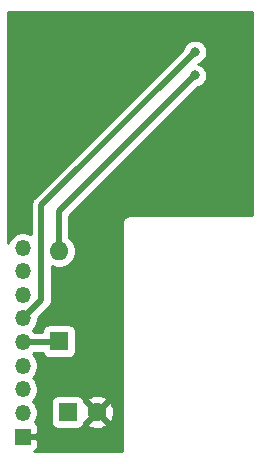
<source format=gbl>
G04 #@! TF.GenerationSoftware,KiCad,Pcbnew,(5.1.8)-1*
G04 #@! TF.CreationDate,2020-12-06T15:56:29+10:30*
G04 #@! TF.ProjectId,ArlecFanESP,41726c65-6346-4616-9e45-53502e6b6963,rev?*
G04 #@! TF.SameCoordinates,Original*
G04 #@! TF.FileFunction,Copper,L2,Bot*
G04 #@! TF.FilePolarity,Positive*
%FSLAX46Y46*%
G04 Gerber Fmt 4.6, Leading zero omitted, Abs format (unit mm)*
G04 Created by KiCad (PCBNEW (5.1.8)-1) date 2020-12-06 15:56:29*
%MOMM*%
%LPD*%
G01*
G04 APERTURE LIST*
G04 #@! TA.AperFunction,ComponentPad*
%ADD10O,1.600000X1.600000*%
G04 #@! TD*
G04 #@! TA.AperFunction,ComponentPad*
%ADD11R,1.600000X1.600000*%
G04 #@! TD*
G04 #@! TA.AperFunction,ComponentPad*
%ADD12O,1.350000X1.350000*%
G04 #@! TD*
G04 #@! TA.AperFunction,ComponentPad*
%ADD13R,1.350000X1.350000*%
G04 #@! TD*
G04 #@! TA.AperFunction,ComponentPad*
%ADD14C,1.600000*%
G04 #@! TD*
G04 #@! TA.AperFunction,ViaPad*
%ADD15C,0.800000*%
G04 #@! TD*
G04 #@! TA.AperFunction,Conductor*
%ADD16C,0.500000*%
G04 #@! TD*
G04 #@! TA.AperFunction,Conductor*
%ADD17C,0.254000*%
G04 #@! TD*
G04 #@! TA.AperFunction,Conductor*
%ADD18C,0.100000*%
G04 #@! TD*
G04 APERTURE END LIST*
D10*
X125000000Y-118380000D03*
D11*
X125000000Y-126000000D03*
D12*
X121920000Y-118080000D03*
X121920000Y-120080000D03*
X121920000Y-122080000D03*
X121920000Y-124080000D03*
X121920000Y-126080000D03*
X121920000Y-128080000D03*
X121920000Y-130080000D03*
X121920000Y-132080000D03*
D13*
X121920000Y-134080000D03*
D14*
X128230000Y-132000000D03*
D11*
X125730000Y-132000000D03*
D15*
X126000000Y-99500000D03*
X136500000Y-99500000D03*
X136500000Y-113500000D03*
X124500000Y-129000000D03*
X122000000Y-116000000D03*
X136500000Y-101500000D03*
X136500000Y-103500000D03*
D16*
X136500000Y-101500000D02*
X123500000Y-114500000D01*
X123500000Y-122500000D02*
X121920000Y-124080000D01*
X123500000Y-114500000D02*
X123500000Y-122500000D01*
X136500000Y-103500000D02*
X125000000Y-115000000D01*
X125000000Y-115000000D02*
X125000000Y-118380000D01*
X124920000Y-126080000D02*
X125000000Y-126000000D01*
X121920000Y-126080000D02*
X124920000Y-126080000D01*
D17*
X141340001Y-115340000D02*
X131032419Y-115340000D01*
X131000000Y-115336807D01*
X130967581Y-115340000D01*
X130870617Y-115349550D01*
X130746207Y-115387290D01*
X130631550Y-115448575D01*
X130531052Y-115531052D01*
X130448575Y-115631550D01*
X130387290Y-115746207D01*
X130349550Y-115870617D01*
X130336807Y-116000000D01*
X130340000Y-116032419D01*
X130340001Y-135340000D01*
X122847603Y-135340000D01*
X122949494Y-135285537D01*
X123046185Y-135206185D01*
X123125537Y-135109494D01*
X123184502Y-134999180D01*
X123220812Y-134879482D01*
X123233072Y-134755000D01*
X123230000Y-134365750D01*
X123071250Y-134207000D01*
X122047000Y-134207000D01*
X122047000Y-134227000D01*
X121793000Y-134227000D01*
X121793000Y-134207000D01*
X121773000Y-134207000D01*
X121773000Y-133953000D01*
X121793000Y-133953000D01*
X121793000Y-133933000D01*
X122047000Y-133933000D01*
X122047000Y-133953000D01*
X123071250Y-133953000D01*
X123230000Y-133794250D01*
X123233072Y-133405000D01*
X123220812Y-133280518D01*
X123184502Y-133160820D01*
X123125537Y-133050506D01*
X123046185Y-132953815D01*
X122959303Y-132882513D01*
X123080907Y-132700518D01*
X123179658Y-132462113D01*
X123230000Y-132209024D01*
X123230000Y-131950976D01*
X123179658Y-131697887D01*
X123080907Y-131459482D01*
X122937544Y-131244923D01*
X122892621Y-131200000D01*
X124291928Y-131200000D01*
X124291928Y-132800000D01*
X124304188Y-132924482D01*
X124340498Y-133044180D01*
X124399463Y-133154494D01*
X124478815Y-133251185D01*
X124575506Y-133330537D01*
X124685820Y-133389502D01*
X124805518Y-133425812D01*
X124930000Y-133438072D01*
X126530000Y-133438072D01*
X126654482Y-133425812D01*
X126774180Y-133389502D01*
X126884494Y-133330537D01*
X126981185Y-133251185D01*
X127060537Y-133154494D01*
X127119502Y-133044180D01*
X127135117Y-132992702D01*
X127416903Y-132992702D01*
X127488486Y-133236671D01*
X127743996Y-133357571D01*
X128018184Y-133426300D01*
X128300512Y-133440217D01*
X128580130Y-133398787D01*
X128846292Y-133303603D01*
X128971514Y-133236671D01*
X129043097Y-132992702D01*
X128230000Y-132179605D01*
X127416903Y-132992702D01*
X127135117Y-132992702D01*
X127155812Y-132924482D01*
X127168072Y-132800000D01*
X127168072Y-132792785D01*
X127237298Y-132813097D01*
X128050395Y-132000000D01*
X128409605Y-132000000D01*
X129222702Y-132813097D01*
X129466671Y-132741514D01*
X129587571Y-132486004D01*
X129656300Y-132211816D01*
X129670217Y-131929488D01*
X129628787Y-131649870D01*
X129533603Y-131383708D01*
X129466671Y-131258486D01*
X129222702Y-131186903D01*
X128409605Y-132000000D01*
X128050395Y-132000000D01*
X127237298Y-131186903D01*
X127168072Y-131207215D01*
X127168072Y-131200000D01*
X127155812Y-131075518D01*
X127135118Y-131007298D01*
X127416903Y-131007298D01*
X128230000Y-131820395D01*
X129043097Y-131007298D01*
X128971514Y-130763329D01*
X128716004Y-130642429D01*
X128441816Y-130573700D01*
X128159488Y-130559783D01*
X127879870Y-130601213D01*
X127613708Y-130696397D01*
X127488486Y-130763329D01*
X127416903Y-131007298D01*
X127135118Y-131007298D01*
X127119502Y-130955820D01*
X127060537Y-130845506D01*
X126981185Y-130748815D01*
X126884494Y-130669463D01*
X126774180Y-130610498D01*
X126654482Y-130574188D01*
X126530000Y-130561928D01*
X124930000Y-130561928D01*
X124805518Y-130574188D01*
X124685820Y-130610498D01*
X124575506Y-130669463D01*
X124478815Y-130748815D01*
X124399463Y-130845506D01*
X124340498Y-130955820D01*
X124304188Y-131075518D01*
X124291928Y-131200000D01*
X122892621Y-131200000D01*
X122772621Y-131080000D01*
X122937544Y-130915077D01*
X123080907Y-130700518D01*
X123179658Y-130462113D01*
X123230000Y-130209024D01*
X123230000Y-129950976D01*
X123179658Y-129697887D01*
X123080907Y-129459482D01*
X122937544Y-129244923D01*
X122772621Y-129080000D01*
X122937544Y-128915077D01*
X123080907Y-128700518D01*
X123179658Y-128462113D01*
X123230000Y-128209024D01*
X123230000Y-127950976D01*
X123179658Y-127697887D01*
X123080907Y-127459482D01*
X122937544Y-127244923D01*
X122772621Y-127080000D01*
X122887621Y-126965000D01*
X123586479Y-126965000D01*
X123610498Y-127044180D01*
X123669463Y-127154494D01*
X123748815Y-127251185D01*
X123845506Y-127330537D01*
X123955820Y-127389502D01*
X124075518Y-127425812D01*
X124200000Y-127438072D01*
X125800000Y-127438072D01*
X125924482Y-127425812D01*
X126044180Y-127389502D01*
X126154494Y-127330537D01*
X126251185Y-127251185D01*
X126330537Y-127154494D01*
X126389502Y-127044180D01*
X126425812Y-126924482D01*
X126438072Y-126800000D01*
X126438072Y-125200000D01*
X126425812Y-125075518D01*
X126389502Y-124955820D01*
X126330537Y-124845506D01*
X126251185Y-124748815D01*
X126154494Y-124669463D01*
X126044180Y-124610498D01*
X125924482Y-124574188D01*
X125800000Y-124561928D01*
X124200000Y-124561928D01*
X124075518Y-124574188D01*
X123955820Y-124610498D01*
X123845506Y-124669463D01*
X123748815Y-124748815D01*
X123669463Y-124845506D01*
X123610498Y-124955820D01*
X123574188Y-125075518D01*
X123562420Y-125195000D01*
X122887621Y-125195000D01*
X122772621Y-125080000D01*
X122937544Y-124915077D01*
X123080907Y-124700518D01*
X123179658Y-124462113D01*
X123230000Y-124209024D01*
X123230000Y-124021578D01*
X124095049Y-123156530D01*
X124128817Y-123128817D01*
X124239411Y-122994059D01*
X124321589Y-122840313D01*
X124372195Y-122673490D01*
X124385000Y-122543477D01*
X124385000Y-122543467D01*
X124389281Y-122500001D01*
X124385000Y-122456535D01*
X124385000Y-119678491D01*
X124581426Y-119759853D01*
X124858665Y-119815000D01*
X125141335Y-119815000D01*
X125418574Y-119759853D01*
X125679727Y-119651680D01*
X125914759Y-119494637D01*
X126114637Y-119294759D01*
X126271680Y-119059727D01*
X126379853Y-118798574D01*
X126435000Y-118521335D01*
X126435000Y-118238665D01*
X126379853Y-117961426D01*
X126271680Y-117700273D01*
X126114637Y-117465241D01*
X125914759Y-117265363D01*
X125885000Y-117245479D01*
X125885000Y-115366578D01*
X136745044Y-104506535D01*
X136801898Y-104495226D01*
X136990256Y-104417205D01*
X137159774Y-104303937D01*
X137303937Y-104159774D01*
X137417205Y-103990256D01*
X137495226Y-103801898D01*
X137535000Y-103601939D01*
X137535000Y-103398061D01*
X137495226Y-103198102D01*
X137417205Y-103009744D01*
X137303937Y-102840226D01*
X137159774Y-102696063D01*
X136990256Y-102582795D01*
X136801898Y-102504774D01*
X136777897Y-102500000D01*
X136801898Y-102495226D01*
X136990256Y-102417205D01*
X137159774Y-102303937D01*
X137303937Y-102159774D01*
X137417205Y-101990256D01*
X137495226Y-101801898D01*
X137535000Y-101601939D01*
X137535000Y-101398061D01*
X137495226Y-101198102D01*
X137417205Y-101009744D01*
X137303937Y-100840226D01*
X137159774Y-100696063D01*
X136990256Y-100582795D01*
X136801898Y-100504774D01*
X136601939Y-100465000D01*
X136398061Y-100465000D01*
X136198102Y-100504774D01*
X136009744Y-100582795D01*
X135840226Y-100696063D01*
X135696063Y-100840226D01*
X135582795Y-101009744D01*
X135504774Y-101198102D01*
X135493465Y-101254956D01*
X122904956Y-113843466D01*
X122871183Y-113871183D01*
X122760589Y-114005942D01*
X122678411Y-114159688D01*
X122627805Y-114326511D01*
X122615000Y-114456524D01*
X122615000Y-114456531D01*
X122610719Y-114500000D01*
X122615000Y-114543469D01*
X122615000Y-116968860D01*
X122540518Y-116919093D01*
X122302113Y-116820342D01*
X122049024Y-116770000D01*
X121790976Y-116770000D01*
X121537887Y-116820342D01*
X121299482Y-116919093D01*
X121084923Y-117062456D01*
X120902456Y-117244923D01*
X120759093Y-117459482D01*
X120660342Y-117697887D01*
X120660000Y-117699606D01*
X120660000Y-98160000D01*
X141340000Y-98160000D01*
X141340001Y-115340000D01*
G04 #@! TA.AperFunction,Conductor*
D18*
G36*
X141340001Y-115340000D02*
G01*
X131032419Y-115340000D01*
X131000000Y-115336807D01*
X130967581Y-115340000D01*
X130870617Y-115349550D01*
X130746207Y-115387290D01*
X130631550Y-115448575D01*
X130531052Y-115531052D01*
X130448575Y-115631550D01*
X130387290Y-115746207D01*
X130349550Y-115870617D01*
X130336807Y-116000000D01*
X130340000Y-116032419D01*
X130340001Y-135340000D01*
X122847603Y-135340000D01*
X122949494Y-135285537D01*
X123046185Y-135206185D01*
X123125537Y-135109494D01*
X123184502Y-134999180D01*
X123220812Y-134879482D01*
X123233072Y-134755000D01*
X123230000Y-134365750D01*
X123071250Y-134207000D01*
X122047000Y-134207000D01*
X122047000Y-134227000D01*
X121793000Y-134227000D01*
X121793000Y-134207000D01*
X121773000Y-134207000D01*
X121773000Y-133953000D01*
X121793000Y-133953000D01*
X121793000Y-133933000D01*
X122047000Y-133933000D01*
X122047000Y-133953000D01*
X123071250Y-133953000D01*
X123230000Y-133794250D01*
X123233072Y-133405000D01*
X123220812Y-133280518D01*
X123184502Y-133160820D01*
X123125537Y-133050506D01*
X123046185Y-132953815D01*
X122959303Y-132882513D01*
X123080907Y-132700518D01*
X123179658Y-132462113D01*
X123230000Y-132209024D01*
X123230000Y-131950976D01*
X123179658Y-131697887D01*
X123080907Y-131459482D01*
X122937544Y-131244923D01*
X122892621Y-131200000D01*
X124291928Y-131200000D01*
X124291928Y-132800000D01*
X124304188Y-132924482D01*
X124340498Y-133044180D01*
X124399463Y-133154494D01*
X124478815Y-133251185D01*
X124575506Y-133330537D01*
X124685820Y-133389502D01*
X124805518Y-133425812D01*
X124930000Y-133438072D01*
X126530000Y-133438072D01*
X126654482Y-133425812D01*
X126774180Y-133389502D01*
X126884494Y-133330537D01*
X126981185Y-133251185D01*
X127060537Y-133154494D01*
X127119502Y-133044180D01*
X127135117Y-132992702D01*
X127416903Y-132992702D01*
X127488486Y-133236671D01*
X127743996Y-133357571D01*
X128018184Y-133426300D01*
X128300512Y-133440217D01*
X128580130Y-133398787D01*
X128846292Y-133303603D01*
X128971514Y-133236671D01*
X129043097Y-132992702D01*
X128230000Y-132179605D01*
X127416903Y-132992702D01*
X127135117Y-132992702D01*
X127155812Y-132924482D01*
X127168072Y-132800000D01*
X127168072Y-132792785D01*
X127237298Y-132813097D01*
X128050395Y-132000000D01*
X128409605Y-132000000D01*
X129222702Y-132813097D01*
X129466671Y-132741514D01*
X129587571Y-132486004D01*
X129656300Y-132211816D01*
X129670217Y-131929488D01*
X129628787Y-131649870D01*
X129533603Y-131383708D01*
X129466671Y-131258486D01*
X129222702Y-131186903D01*
X128409605Y-132000000D01*
X128050395Y-132000000D01*
X127237298Y-131186903D01*
X127168072Y-131207215D01*
X127168072Y-131200000D01*
X127155812Y-131075518D01*
X127135118Y-131007298D01*
X127416903Y-131007298D01*
X128230000Y-131820395D01*
X129043097Y-131007298D01*
X128971514Y-130763329D01*
X128716004Y-130642429D01*
X128441816Y-130573700D01*
X128159488Y-130559783D01*
X127879870Y-130601213D01*
X127613708Y-130696397D01*
X127488486Y-130763329D01*
X127416903Y-131007298D01*
X127135118Y-131007298D01*
X127119502Y-130955820D01*
X127060537Y-130845506D01*
X126981185Y-130748815D01*
X126884494Y-130669463D01*
X126774180Y-130610498D01*
X126654482Y-130574188D01*
X126530000Y-130561928D01*
X124930000Y-130561928D01*
X124805518Y-130574188D01*
X124685820Y-130610498D01*
X124575506Y-130669463D01*
X124478815Y-130748815D01*
X124399463Y-130845506D01*
X124340498Y-130955820D01*
X124304188Y-131075518D01*
X124291928Y-131200000D01*
X122892621Y-131200000D01*
X122772621Y-131080000D01*
X122937544Y-130915077D01*
X123080907Y-130700518D01*
X123179658Y-130462113D01*
X123230000Y-130209024D01*
X123230000Y-129950976D01*
X123179658Y-129697887D01*
X123080907Y-129459482D01*
X122937544Y-129244923D01*
X122772621Y-129080000D01*
X122937544Y-128915077D01*
X123080907Y-128700518D01*
X123179658Y-128462113D01*
X123230000Y-128209024D01*
X123230000Y-127950976D01*
X123179658Y-127697887D01*
X123080907Y-127459482D01*
X122937544Y-127244923D01*
X122772621Y-127080000D01*
X122887621Y-126965000D01*
X123586479Y-126965000D01*
X123610498Y-127044180D01*
X123669463Y-127154494D01*
X123748815Y-127251185D01*
X123845506Y-127330537D01*
X123955820Y-127389502D01*
X124075518Y-127425812D01*
X124200000Y-127438072D01*
X125800000Y-127438072D01*
X125924482Y-127425812D01*
X126044180Y-127389502D01*
X126154494Y-127330537D01*
X126251185Y-127251185D01*
X126330537Y-127154494D01*
X126389502Y-127044180D01*
X126425812Y-126924482D01*
X126438072Y-126800000D01*
X126438072Y-125200000D01*
X126425812Y-125075518D01*
X126389502Y-124955820D01*
X126330537Y-124845506D01*
X126251185Y-124748815D01*
X126154494Y-124669463D01*
X126044180Y-124610498D01*
X125924482Y-124574188D01*
X125800000Y-124561928D01*
X124200000Y-124561928D01*
X124075518Y-124574188D01*
X123955820Y-124610498D01*
X123845506Y-124669463D01*
X123748815Y-124748815D01*
X123669463Y-124845506D01*
X123610498Y-124955820D01*
X123574188Y-125075518D01*
X123562420Y-125195000D01*
X122887621Y-125195000D01*
X122772621Y-125080000D01*
X122937544Y-124915077D01*
X123080907Y-124700518D01*
X123179658Y-124462113D01*
X123230000Y-124209024D01*
X123230000Y-124021578D01*
X124095049Y-123156530D01*
X124128817Y-123128817D01*
X124239411Y-122994059D01*
X124321589Y-122840313D01*
X124372195Y-122673490D01*
X124385000Y-122543477D01*
X124385000Y-122543467D01*
X124389281Y-122500001D01*
X124385000Y-122456535D01*
X124385000Y-119678491D01*
X124581426Y-119759853D01*
X124858665Y-119815000D01*
X125141335Y-119815000D01*
X125418574Y-119759853D01*
X125679727Y-119651680D01*
X125914759Y-119494637D01*
X126114637Y-119294759D01*
X126271680Y-119059727D01*
X126379853Y-118798574D01*
X126435000Y-118521335D01*
X126435000Y-118238665D01*
X126379853Y-117961426D01*
X126271680Y-117700273D01*
X126114637Y-117465241D01*
X125914759Y-117265363D01*
X125885000Y-117245479D01*
X125885000Y-115366578D01*
X136745044Y-104506535D01*
X136801898Y-104495226D01*
X136990256Y-104417205D01*
X137159774Y-104303937D01*
X137303937Y-104159774D01*
X137417205Y-103990256D01*
X137495226Y-103801898D01*
X137535000Y-103601939D01*
X137535000Y-103398061D01*
X137495226Y-103198102D01*
X137417205Y-103009744D01*
X137303937Y-102840226D01*
X137159774Y-102696063D01*
X136990256Y-102582795D01*
X136801898Y-102504774D01*
X136777897Y-102500000D01*
X136801898Y-102495226D01*
X136990256Y-102417205D01*
X137159774Y-102303937D01*
X137303937Y-102159774D01*
X137417205Y-101990256D01*
X137495226Y-101801898D01*
X137535000Y-101601939D01*
X137535000Y-101398061D01*
X137495226Y-101198102D01*
X137417205Y-101009744D01*
X137303937Y-100840226D01*
X137159774Y-100696063D01*
X136990256Y-100582795D01*
X136801898Y-100504774D01*
X136601939Y-100465000D01*
X136398061Y-100465000D01*
X136198102Y-100504774D01*
X136009744Y-100582795D01*
X135840226Y-100696063D01*
X135696063Y-100840226D01*
X135582795Y-101009744D01*
X135504774Y-101198102D01*
X135493465Y-101254956D01*
X122904956Y-113843466D01*
X122871183Y-113871183D01*
X122760589Y-114005942D01*
X122678411Y-114159688D01*
X122627805Y-114326511D01*
X122615000Y-114456524D01*
X122615000Y-114456531D01*
X122610719Y-114500000D01*
X122615000Y-114543469D01*
X122615000Y-116968860D01*
X122540518Y-116919093D01*
X122302113Y-116820342D01*
X122049024Y-116770000D01*
X121790976Y-116770000D01*
X121537887Y-116820342D01*
X121299482Y-116919093D01*
X121084923Y-117062456D01*
X120902456Y-117244923D01*
X120759093Y-117459482D01*
X120660342Y-117697887D01*
X120660000Y-117699606D01*
X120660000Y-98160000D01*
X141340000Y-98160000D01*
X141340001Y-115340000D01*
G37*
G04 #@! TD.AperFunction*
M02*

</source>
